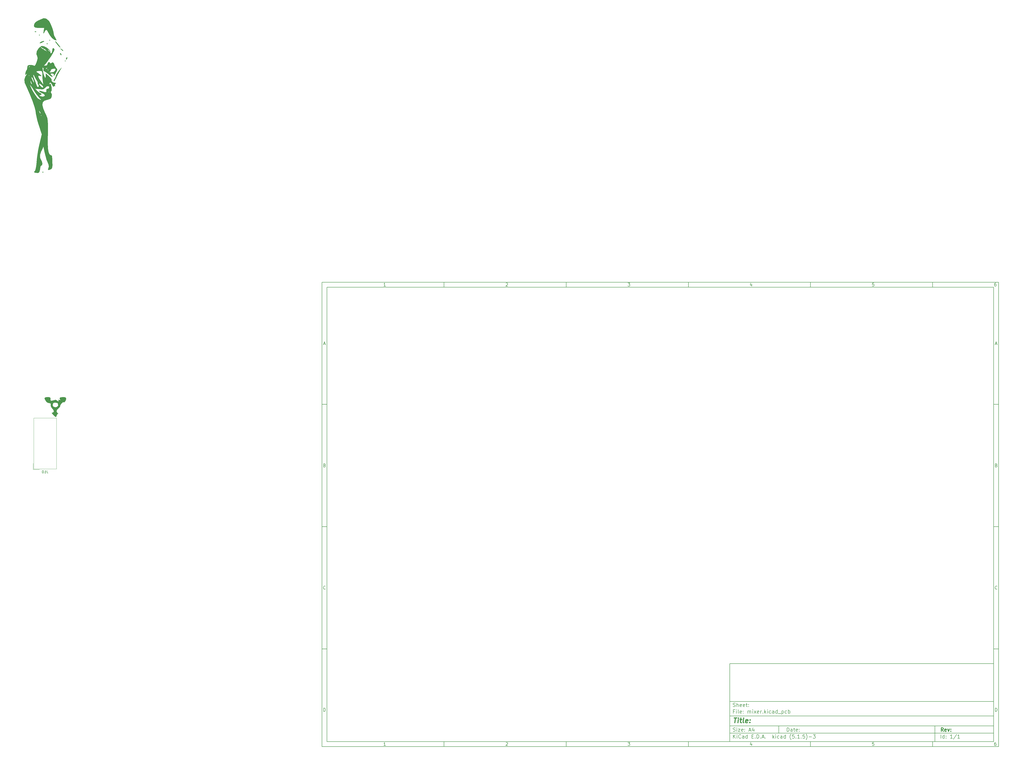
<source format=gbr>
G04 #@! TF.GenerationSoftware,KiCad,Pcbnew,(5.1.5)-3*
G04 #@! TF.CreationDate,2020-05-25T14:27:01+01:00*
G04 #@! TF.ProjectId,mixer,6d697865-722e-46b6-9963-61645f706362,rev?*
G04 #@! TF.SameCoordinates,Original*
G04 #@! TF.FileFunction,Legend,Bot*
G04 #@! TF.FilePolarity,Positive*
%FSLAX46Y46*%
G04 Gerber Fmt 4.6, Leading zero omitted, Abs format (unit mm)*
G04 Created by KiCad (PCBNEW (5.1.5)-3) date 2020-05-25 14:27:01*
%MOMM*%
%LPD*%
G04 APERTURE LIST*
%ADD10C,0.100000*%
%ADD11C,0.150000*%
%ADD12C,0.300000*%
%ADD13C,0.400000*%
%ADD14C,0.010000*%
%ADD15C,0.120000*%
G04 APERTURE END LIST*
D10*
D11*
X177002200Y-166007200D02*
X177002200Y-198007200D01*
X285002200Y-198007200D01*
X285002200Y-166007200D01*
X177002200Y-166007200D01*
D10*
D11*
X10000000Y-10000000D02*
X10000000Y-200007200D01*
X287002200Y-200007200D01*
X287002200Y-10000000D01*
X10000000Y-10000000D01*
D10*
D11*
X12000000Y-12000000D02*
X12000000Y-198007200D01*
X285002200Y-198007200D01*
X285002200Y-12000000D01*
X12000000Y-12000000D01*
D10*
D11*
X60000000Y-12000000D02*
X60000000Y-10000000D01*
D10*
D11*
X110000000Y-12000000D02*
X110000000Y-10000000D01*
D10*
D11*
X160000000Y-12000000D02*
X160000000Y-10000000D01*
D10*
D11*
X210000000Y-12000000D02*
X210000000Y-10000000D01*
D10*
D11*
X260000000Y-12000000D02*
X260000000Y-10000000D01*
D10*
D11*
X36065476Y-11588095D02*
X35322619Y-11588095D01*
X35694047Y-11588095D02*
X35694047Y-10288095D01*
X35570238Y-10473809D01*
X35446428Y-10597619D01*
X35322619Y-10659523D01*
D10*
D11*
X85322619Y-10411904D02*
X85384523Y-10350000D01*
X85508333Y-10288095D01*
X85817857Y-10288095D01*
X85941666Y-10350000D01*
X86003571Y-10411904D01*
X86065476Y-10535714D01*
X86065476Y-10659523D01*
X86003571Y-10845238D01*
X85260714Y-11588095D01*
X86065476Y-11588095D01*
D10*
D11*
X135260714Y-10288095D02*
X136065476Y-10288095D01*
X135632142Y-10783333D01*
X135817857Y-10783333D01*
X135941666Y-10845238D01*
X136003571Y-10907142D01*
X136065476Y-11030952D01*
X136065476Y-11340476D01*
X136003571Y-11464285D01*
X135941666Y-11526190D01*
X135817857Y-11588095D01*
X135446428Y-11588095D01*
X135322619Y-11526190D01*
X135260714Y-11464285D01*
D10*
D11*
X185941666Y-10721428D02*
X185941666Y-11588095D01*
X185632142Y-10226190D02*
X185322619Y-11154761D01*
X186127380Y-11154761D01*
D10*
D11*
X236003571Y-10288095D02*
X235384523Y-10288095D01*
X235322619Y-10907142D01*
X235384523Y-10845238D01*
X235508333Y-10783333D01*
X235817857Y-10783333D01*
X235941666Y-10845238D01*
X236003571Y-10907142D01*
X236065476Y-11030952D01*
X236065476Y-11340476D01*
X236003571Y-11464285D01*
X235941666Y-11526190D01*
X235817857Y-11588095D01*
X235508333Y-11588095D01*
X235384523Y-11526190D01*
X235322619Y-11464285D01*
D10*
D11*
X285941666Y-10288095D02*
X285694047Y-10288095D01*
X285570238Y-10350000D01*
X285508333Y-10411904D01*
X285384523Y-10597619D01*
X285322619Y-10845238D01*
X285322619Y-11340476D01*
X285384523Y-11464285D01*
X285446428Y-11526190D01*
X285570238Y-11588095D01*
X285817857Y-11588095D01*
X285941666Y-11526190D01*
X286003571Y-11464285D01*
X286065476Y-11340476D01*
X286065476Y-11030952D01*
X286003571Y-10907142D01*
X285941666Y-10845238D01*
X285817857Y-10783333D01*
X285570238Y-10783333D01*
X285446428Y-10845238D01*
X285384523Y-10907142D01*
X285322619Y-11030952D01*
D10*
D11*
X60000000Y-198007200D02*
X60000000Y-200007200D01*
D10*
D11*
X110000000Y-198007200D02*
X110000000Y-200007200D01*
D10*
D11*
X160000000Y-198007200D02*
X160000000Y-200007200D01*
D10*
D11*
X210000000Y-198007200D02*
X210000000Y-200007200D01*
D10*
D11*
X260000000Y-198007200D02*
X260000000Y-200007200D01*
D10*
D11*
X36065476Y-199595295D02*
X35322619Y-199595295D01*
X35694047Y-199595295D02*
X35694047Y-198295295D01*
X35570238Y-198481009D01*
X35446428Y-198604819D01*
X35322619Y-198666723D01*
D10*
D11*
X85322619Y-198419104D02*
X85384523Y-198357200D01*
X85508333Y-198295295D01*
X85817857Y-198295295D01*
X85941666Y-198357200D01*
X86003571Y-198419104D01*
X86065476Y-198542914D01*
X86065476Y-198666723D01*
X86003571Y-198852438D01*
X85260714Y-199595295D01*
X86065476Y-199595295D01*
D10*
D11*
X135260714Y-198295295D02*
X136065476Y-198295295D01*
X135632142Y-198790533D01*
X135817857Y-198790533D01*
X135941666Y-198852438D01*
X136003571Y-198914342D01*
X136065476Y-199038152D01*
X136065476Y-199347676D01*
X136003571Y-199471485D01*
X135941666Y-199533390D01*
X135817857Y-199595295D01*
X135446428Y-199595295D01*
X135322619Y-199533390D01*
X135260714Y-199471485D01*
D10*
D11*
X185941666Y-198728628D02*
X185941666Y-199595295D01*
X185632142Y-198233390D02*
X185322619Y-199161961D01*
X186127380Y-199161961D01*
D10*
D11*
X236003571Y-198295295D02*
X235384523Y-198295295D01*
X235322619Y-198914342D01*
X235384523Y-198852438D01*
X235508333Y-198790533D01*
X235817857Y-198790533D01*
X235941666Y-198852438D01*
X236003571Y-198914342D01*
X236065476Y-199038152D01*
X236065476Y-199347676D01*
X236003571Y-199471485D01*
X235941666Y-199533390D01*
X235817857Y-199595295D01*
X235508333Y-199595295D01*
X235384523Y-199533390D01*
X235322619Y-199471485D01*
D10*
D11*
X285941666Y-198295295D02*
X285694047Y-198295295D01*
X285570238Y-198357200D01*
X285508333Y-198419104D01*
X285384523Y-198604819D01*
X285322619Y-198852438D01*
X285322619Y-199347676D01*
X285384523Y-199471485D01*
X285446428Y-199533390D01*
X285570238Y-199595295D01*
X285817857Y-199595295D01*
X285941666Y-199533390D01*
X286003571Y-199471485D01*
X286065476Y-199347676D01*
X286065476Y-199038152D01*
X286003571Y-198914342D01*
X285941666Y-198852438D01*
X285817857Y-198790533D01*
X285570238Y-198790533D01*
X285446428Y-198852438D01*
X285384523Y-198914342D01*
X285322619Y-199038152D01*
D10*
D11*
X10000000Y-60000000D02*
X12000000Y-60000000D01*
D10*
D11*
X10000000Y-110000000D02*
X12000000Y-110000000D01*
D10*
D11*
X10000000Y-160000000D02*
X12000000Y-160000000D01*
D10*
D11*
X10690476Y-35216666D02*
X11309523Y-35216666D01*
X10566666Y-35588095D02*
X11000000Y-34288095D01*
X11433333Y-35588095D01*
D10*
D11*
X11092857Y-84907142D02*
X11278571Y-84969047D01*
X11340476Y-85030952D01*
X11402380Y-85154761D01*
X11402380Y-85340476D01*
X11340476Y-85464285D01*
X11278571Y-85526190D01*
X11154761Y-85588095D01*
X10659523Y-85588095D01*
X10659523Y-84288095D01*
X11092857Y-84288095D01*
X11216666Y-84350000D01*
X11278571Y-84411904D01*
X11340476Y-84535714D01*
X11340476Y-84659523D01*
X11278571Y-84783333D01*
X11216666Y-84845238D01*
X11092857Y-84907142D01*
X10659523Y-84907142D01*
D10*
D11*
X11402380Y-135464285D02*
X11340476Y-135526190D01*
X11154761Y-135588095D01*
X11030952Y-135588095D01*
X10845238Y-135526190D01*
X10721428Y-135402380D01*
X10659523Y-135278571D01*
X10597619Y-135030952D01*
X10597619Y-134845238D01*
X10659523Y-134597619D01*
X10721428Y-134473809D01*
X10845238Y-134350000D01*
X11030952Y-134288095D01*
X11154761Y-134288095D01*
X11340476Y-134350000D01*
X11402380Y-134411904D01*
D10*
D11*
X10659523Y-185588095D02*
X10659523Y-184288095D01*
X10969047Y-184288095D01*
X11154761Y-184350000D01*
X11278571Y-184473809D01*
X11340476Y-184597619D01*
X11402380Y-184845238D01*
X11402380Y-185030952D01*
X11340476Y-185278571D01*
X11278571Y-185402380D01*
X11154761Y-185526190D01*
X10969047Y-185588095D01*
X10659523Y-185588095D01*
D10*
D11*
X287002200Y-60000000D02*
X285002200Y-60000000D01*
D10*
D11*
X287002200Y-110000000D02*
X285002200Y-110000000D01*
D10*
D11*
X287002200Y-160000000D02*
X285002200Y-160000000D01*
D10*
D11*
X285692676Y-35216666D02*
X286311723Y-35216666D01*
X285568866Y-35588095D02*
X286002200Y-34288095D01*
X286435533Y-35588095D01*
D10*
D11*
X286095057Y-84907142D02*
X286280771Y-84969047D01*
X286342676Y-85030952D01*
X286404580Y-85154761D01*
X286404580Y-85340476D01*
X286342676Y-85464285D01*
X286280771Y-85526190D01*
X286156961Y-85588095D01*
X285661723Y-85588095D01*
X285661723Y-84288095D01*
X286095057Y-84288095D01*
X286218866Y-84350000D01*
X286280771Y-84411904D01*
X286342676Y-84535714D01*
X286342676Y-84659523D01*
X286280771Y-84783333D01*
X286218866Y-84845238D01*
X286095057Y-84907142D01*
X285661723Y-84907142D01*
D10*
D11*
X286404580Y-135464285D02*
X286342676Y-135526190D01*
X286156961Y-135588095D01*
X286033152Y-135588095D01*
X285847438Y-135526190D01*
X285723628Y-135402380D01*
X285661723Y-135278571D01*
X285599819Y-135030952D01*
X285599819Y-134845238D01*
X285661723Y-134597619D01*
X285723628Y-134473809D01*
X285847438Y-134350000D01*
X286033152Y-134288095D01*
X286156961Y-134288095D01*
X286342676Y-134350000D01*
X286404580Y-134411904D01*
D10*
D11*
X285661723Y-185588095D02*
X285661723Y-184288095D01*
X285971247Y-184288095D01*
X286156961Y-184350000D01*
X286280771Y-184473809D01*
X286342676Y-184597619D01*
X286404580Y-184845238D01*
X286404580Y-185030952D01*
X286342676Y-185278571D01*
X286280771Y-185402380D01*
X286156961Y-185526190D01*
X285971247Y-185588095D01*
X285661723Y-185588095D01*
D10*
D11*
X200434342Y-193785771D02*
X200434342Y-192285771D01*
X200791485Y-192285771D01*
X201005771Y-192357200D01*
X201148628Y-192500057D01*
X201220057Y-192642914D01*
X201291485Y-192928628D01*
X201291485Y-193142914D01*
X201220057Y-193428628D01*
X201148628Y-193571485D01*
X201005771Y-193714342D01*
X200791485Y-193785771D01*
X200434342Y-193785771D01*
X202577200Y-193785771D02*
X202577200Y-193000057D01*
X202505771Y-192857200D01*
X202362914Y-192785771D01*
X202077200Y-192785771D01*
X201934342Y-192857200D01*
X202577200Y-193714342D02*
X202434342Y-193785771D01*
X202077200Y-193785771D01*
X201934342Y-193714342D01*
X201862914Y-193571485D01*
X201862914Y-193428628D01*
X201934342Y-193285771D01*
X202077200Y-193214342D01*
X202434342Y-193214342D01*
X202577200Y-193142914D01*
X203077200Y-192785771D02*
X203648628Y-192785771D01*
X203291485Y-192285771D02*
X203291485Y-193571485D01*
X203362914Y-193714342D01*
X203505771Y-193785771D01*
X203648628Y-193785771D01*
X204720057Y-193714342D02*
X204577200Y-193785771D01*
X204291485Y-193785771D01*
X204148628Y-193714342D01*
X204077200Y-193571485D01*
X204077200Y-193000057D01*
X204148628Y-192857200D01*
X204291485Y-192785771D01*
X204577200Y-192785771D01*
X204720057Y-192857200D01*
X204791485Y-193000057D01*
X204791485Y-193142914D01*
X204077200Y-193285771D01*
X205434342Y-193642914D02*
X205505771Y-193714342D01*
X205434342Y-193785771D01*
X205362914Y-193714342D01*
X205434342Y-193642914D01*
X205434342Y-193785771D01*
X205434342Y-192857200D02*
X205505771Y-192928628D01*
X205434342Y-193000057D01*
X205362914Y-192928628D01*
X205434342Y-192857200D01*
X205434342Y-193000057D01*
D10*
D11*
X177002200Y-194507200D02*
X285002200Y-194507200D01*
D10*
D11*
X178434342Y-196585771D02*
X178434342Y-195085771D01*
X179291485Y-196585771D02*
X178648628Y-195728628D01*
X179291485Y-195085771D02*
X178434342Y-195942914D01*
X179934342Y-196585771D02*
X179934342Y-195585771D01*
X179934342Y-195085771D02*
X179862914Y-195157200D01*
X179934342Y-195228628D01*
X180005771Y-195157200D01*
X179934342Y-195085771D01*
X179934342Y-195228628D01*
X181505771Y-196442914D02*
X181434342Y-196514342D01*
X181220057Y-196585771D01*
X181077200Y-196585771D01*
X180862914Y-196514342D01*
X180720057Y-196371485D01*
X180648628Y-196228628D01*
X180577200Y-195942914D01*
X180577200Y-195728628D01*
X180648628Y-195442914D01*
X180720057Y-195300057D01*
X180862914Y-195157200D01*
X181077200Y-195085771D01*
X181220057Y-195085771D01*
X181434342Y-195157200D01*
X181505771Y-195228628D01*
X182791485Y-196585771D02*
X182791485Y-195800057D01*
X182720057Y-195657200D01*
X182577200Y-195585771D01*
X182291485Y-195585771D01*
X182148628Y-195657200D01*
X182791485Y-196514342D02*
X182648628Y-196585771D01*
X182291485Y-196585771D01*
X182148628Y-196514342D01*
X182077200Y-196371485D01*
X182077200Y-196228628D01*
X182148628Y-196085771D01*
X182291485Y-196014342D01*
X182648628Y-196014342D01*
X182791485Y-195942914D01*
X184148628Y-196585771D02*
X184148628Y-195085771D01*
X184148628Y-196514342D02*
X184005771Y-196585771D01*
X183720057Y-196585771D01*
X183577200Y-196514342D01*
X183505771Y-196442914D01*
X183434342Y-196300057D01*
X183434342Y-195871485D01*
X183505771Y-195728628D01*
X183577200Y-195657200D01*
X183720057Y-195585771D01*
X184005771Y-195585771D01*
X184148628Y-195657200D01*
X186005771Y-195800057D02*
X186505771Y-195800057D01*
X186720057Y-196585771D02*
X186005771Y-196585771D01*
X186005771Y-195085771D01*
X186720057Y-195085771D01*
X187362914Y-196442914D02*
X187434342Y-196514342D01*
X187362914Y-196585771D01*
X187291485Y-196514342D01*
X187362914Y-196442914D01*
X187362914Y-196585771D01*
X188077200Y-196585771D02*
X188077200Y-195085771D01*
X188434342Y-195085771D01*
X188648628Y-195157200D01*
X188791485Y-195300057D01*
X188862914Y-195442914D01*
X188934342Y-195728628D01*
X188934342Y-195942914D01*
X188862914Y-196228628D01*
X188791485Y-196371485D01*
X188648628Y-196514342D01*
X188434342Y-196585771D01*
X188077200Y-196585771D01*
X189577200Y-196442914D02*
X189648628Y-196514342D01*
X189577200Y-196585771D01*
X189505771Y-196514342D01*
X189577200Y-196442914D01*
X189577200Y-196585771D01*
X190220057Y-196157200D02*
X190934342Y-196157200D01*
X190077200Y-196585771D02*
X190577200Y-195085771D01*
X191077200Y-196585771D01*
X191577200Y-196442914D02*
X191648628Y-196514342D01*
X191577200Y-196585771D01*
X191505771Y-196514342D01*
X191577200Y-196442914D01*
X191577200Y-196585771D01*
X194577200Y-196585771D02*
X194577200Y-195085771D01*
X194720057Y-196014342D02*
X195148628Y-196585771D01*
X195148628Y-195585771D02*
X194577200Y-196157200D01*
X195791485Y-196585771D02*
X195791485Y-195585771D01*
X195791485Y-195085771D02*
X195720057Y-195157200D01*
X195791485Y-195228628D01*
X195862914Y-195157200D01*
X195791485Y-195085771D01*
X195791485Y-195228628D01*
X197148628Y-196514342D02*
X197005771Y-196585771D01*
X196720057Y-196585771D01*
X196577200Y-196514342D01*
X196505771Y-196442914D01*
X196434342Y-196300057D01*
X196434342Y-195871485D01*
X196505771Y-195728628D01*
X196577200Y-195657200D01*
X196720057Y-195585771D01*
X197005771Y-195585771D01*
X197148628Y-195657200D01*
X198434342Y-196585771D02*
X198434342Y-195800057D01*
X198362914Y-195657200D01*
X198220057Y-195585771D01*
X197934342Y-195585771D01*
X197791485Y-195657200D01*
X198434342Y-196514342D02*
X198291485Y-196585771D01*
X197934342Y-196585771D01*
X197791485Y-196514342D01*
X197720057Y-196371485D01*
X197720057Y-196228628D01*
X197791485Y-196085771D01*
X197934342Y-196014342D01*
X198291485Y-196014342D01*
X198434342Y-195942914D01*
X199791485Y-196585771D02*
X199791485Y-195085771D01*
X199791485Y-196514342D02*
X199648628Y-196585771D01*
X199362914Y-196585771D01*
X199220057Y-196514342D01*
X199148628Y-196442914D01*
X199077200Y-196300057D01*
X199077200Y-195871485D01*
X199148628Y-195728628D01*
X199220057Y-195657200D01*
X199362914Y-195585771D01*
X199648628Y-195585771D01*
X199791485Y-195657200D01*
X202077200Y-197157200D02*
X202005771Y-197085771D01*
X201862914Y-196871485D01*
X201791485Y-196728628D01*
X201720057Y-196514342D01*
X201648628Y-196157200D01*
X201648628Y-195871485D01*
X201720057Y-195514342D01*
X201791485Y-195300057D01*
X201862914Y-195157200D01*
X202005771Y-194942914D01*
X202077200Y-194871485D01*
X203362914Y-195085771D02*
X202648628Y-195085771D01*
X202577200Y-195800057D01*
X202648628Y-195728628D01*
X202791485Y-195657200D01*
X203148628Y-195657200D01*
X203291485Y-195728628D01*
X203362914Y-195800057D01*
X203434342Y-195942914D01*
X203434342Y-196300057D01*
X203362914Y-196442914D01*
X203291485Y-196514342D01*
X203148628Y-196585771D01*
X202791485Y-196585771D01*
X202648628Y-196514342D01*
X202577200Y-196442914D01*
X204077200Y-196442914D02*
X204148628Y-196514342D01*
X204077200Y-196585771D01*
X204005771Y-196514342D01*
X204077200Y-196442914D01*
X204077200Y-196585771D01*
X205577200Y-196585771D02*
X204720057Y-196585771D01*
X205148628Y-196585771D02*
X205148628Y-195085771D01*
X205005771Y-195300057D01*
X204862914Y-195442914D01*
X204720057Y-195514342D01*
X206220057Y-196442914D02*
X206291485Y-196514342D01*
X206220057Y-196585771D01*
X206148628Y-196514342D01*
X206220057Y-196442914D01*
X206220057Y-196585771D01*
X207648628Y-195085771D02*
X206934342Y-195085771D01*
X206862914Y-195800057D01*
X206934342Y-195728628D01*
X207077200Y-195657200D01*
X207434342Y-195657200D01*
X207577200Y-195728628D01*
X207648628Y-195800057D01*
X207720057Y-195942914D01*
X207720057Y-196300057D01*
X207648628Y-196442914D01*
X207577200Y-196514342D01*
X207434342Y-196585771D01*
X207077200Y-196585771D01*
X206934342Y-196514342D01*
X206862914Y-196442914D01*
X208220057Y-197157200D02*
X208291485Y-197085771D01*
X208434342Y-196871485D01*
X208505771Y-196728628D01*
X208577200Y-196514342D01*
X208648628Y-196157200D01*
X208648628Y-195871485D01*
X208577200Y-195514342D01*
X208505771Y-195300057D01*
X208434342Y-195157200D01*
X208291485Y-194942914D01*
X208220057Y-194871485D01*
X209362914Y-196014342D02*
X210505771Y-196014342D01*
X211077200Y-195085771D02*
X212005771Y-195085771D01*
X211505771Y-195657200D01*
X211720057Y-195657200D01*
X211862914Y-195728628D01*
X211934342Y-195800057D01*
X212005771Y-195942914D01*
X212005771Y-196300057D01*
X211934342Y-196442914D01*
X211862914Y-196514342D01*
X211720057Y-196585771D01*
X211291485Y-196585771D01*
X211148628Y-196514342D01*
X211077200Y-196442914D01*
D10*
D11*
X177002200Y-191507200D02*
X285002200Y-191507200D01*
D10*
D12*
X264411485Y-193785771D02*
X263911485Y-193071485D01*
X263554342Y-193785771D02*
X263554342Y-192285771D01*
X264125771Y-192285771D01*
X264268628Y-192357200D01*
X264340057Y-192428628D01*
X264411485Y-192571485D01*
X264411485Y-192785771D01*
X264340057Y-192928628D01*
X264268628Y-193000057D01*
X264125771Y-193071485D01*
X263554342Y-193071485D01*
X265625771Y-193714342D02*
X265482914Y-193785771D01*
X265197200Y-193785771D01*
X265054342Y-193714342D01*
X264982914Y-193571485D01*
X264982914Y-193000057D01*
X265054342Y-192857200D01*
X265197200Y-192785771D01*
X265482914Y-192785771D01*
X265625771Y-192857200D01*
X265697200Y-193000057D01*
X265697200Y-193142914D01*
X264982914Y-193285771D01*
X266197200Y-192785771D02*
X266554342Y-193785771D01*
X266911485Y-192785771D01*
X267482914Y-193642914D02*
X267554342Y-193714342D01*
X267482914Y-193785771D01*
X267411485Y-193714342D01*
X267482914Y-193642914D01*
X267482914Y-193785771D01*
X267482914Y-192857200D02*
X267554342Y-192928628D01*
X267482914Y-193000057D01*
X267411485Y-192928628D01*
X267482914Y-192857200D01*
X267482914Y-193000057D01*
D10*
D11*
X178362914Y-193714342D02*
X178577200Y-193785771D01*
X178934342Y-193785771D01*
X179077200Y-193714342D01*
X179148628Y-193642914D01*
X179220057Y-193500057D01*
X179220057Y-193357200D01*
X179148628Y-193214342D01*
X179077200Y-193142914D01*
X178934342Y-193071485D01*
X178648628Y-193000057D01*
X178505771Y-192928628D01*
X178434342Y-192857200D01*
X178362914Y-192714342D01*
X178362914Y-192571485D01*
X178434342Y-192428628D01*
X178505771Y-192357200D01*
X178648628Y-192285771D01*
X179005771Y-192285771D01*
X179220057Y-192357200D01*
X179862914Y-193785771D02*
X179862914Y-192785771D01*
X179862914Y-192285771D02*
X179791485Y-192357200D01*
X179862914Y-192428628D01*
X179934342Y-192357200D01*
X179862914Y-192285771D01*
X179862914Y-192428628D01*
X180434342Y-192785771D02*
X181220057Y-192785771D01*
X180434342Y-193785771D01*
X181220057Y-193785771D01*
X182362914Y-193714342D02*
X182220057Y-193785771D01*
X181934342Y-193785771D01*
X181791485Y-193714342D01*
X181720057Y-193571485D01*
X181720057Y-193000057D01*
X181791485Y-192857200D01*
X181934342Y-192785771D01*
X182220057Y-192785771D01*
X182362914Y-192857200D01*
X182434342Y-193000057D01*
X182434342Y-193142914D01*
X181720057Y-193285771D01*
X183077200Y-193642914D02*
X183148628Y-193714342D01*
X183077200Y-193785771D01*
X183005771Y-193714342D01*
X183077200Y-193642914D01*
X183077200Y-193785771D01*
X183077200Y-192857200D02*
X183148628Y-192928628D01*
X183077200Y-193000057D01*
X183005771Y-192928628D01*
X183077200Y-192857200D01*
X183077200Y-193000057D01*
X184862914Y-193357200D02*
X185577200Y-193357200D01*
X184720057Y-193785771D02*
X185220057Y-192285771D01*
X185720057Y-193785771D01*
X186862914Y-192785771D02*
X186862914Y-193785771D01*
X186505771Y-192214342D02*
X186148628Y-193285771D01*
X187077200Y-193285771D01*
D10*
D11*
X263434342Y-196585771D02*
X263434342Y-195085771D01*
X264791485Y-196585771D02*
X264791485Y-195085771D01*
X264791485Y-196514342D02*
X264648628Y-196585771D01*
X264362914Y-196585771D01*
X264220057Y-196514342D01*
X264148628Y-196442914D01*
X264077200Y-196300057D01*
X264077200Y-195871485D01*
X264148628Y-195728628D01*
X264220057Y-195657200D01*
X264362914Y-195585771D01*
X264648628Y-195585771D01*
X264791485Y-195657200D01*
X265505771Y-196442914D02*
X265577200Y-196514342D01*
X265505771Y-196585771D01*
X265434342Y-196514342D01*
X265505771Y-196442914D01*
X265505771Y-196585771D01*
X265505771Y-195657200D02*
X265577200Y-195728628D01*
X265505771Y-195800057D01*
X265434342Y-195728628D01*
X265505771Y-195657200D01*
X265505771Y-195800057D01*
X268148628Y-196585771D02*
X267291485Y-196585771D01*
X267720057Y-196585771D02*
X267720057Y-195085771D01*
X267577200Y-195300057D01*
X267434342Y-195442914D01*
X267291485Y-195514342D01*
X269862914Y-195014342D02*
X268577200Y-196942914D01*
X271148628Y-196585771D02*
X270291485Y-196585771D01*
X270720057Y-196585771D02*
X270720057Y-195085771D01*
X270577200Y-195300057D01*
X270434342Y-195442914D01*
X270291485Y-195514342D01*
D10*
D11*
X177002200Y-187507200D02*
X285002200Y-187507200D01*
D10*
D13*
X178714580Y-188211961D02*
X179857438Y-188211961D01*
X179036009Y-190211961D02*
X179286009Y-188211961D01*
X180274104Y-190211961D02*
X180440771Y-188878628D01*
X180524104Y-188211961D02*
X180416961Y-188307200D01*
X180500295Y-188402438D01*
X180607438Y-188307200D01*
X180524104Y-188211961D01*
X180500295Y-188402438D01*
X181107438Y-188878628D02*
X181869342Y-188878628D01*
X181476485Y-188211961D02*
X181262200Y-189926247D01*
X181333628Y-190116723D01*
X181512200Y-190211961D01*
X181702676Y-190211961D01*
X182655057Y-190211961D02*
X182476485Y-190116723D01*
X182405057Y-189926247D01*
X182619342Y-188211961D01*
X184190771Y-190116723D02*
X183988390Y-190211961D01*
X183607438Y-190211961D01*
X183428866Y-190116723D01*
X183357438Y-189926247D01*
X183452676Y-189164342D01*
X183571723Y-188973866D01*
X183774104Y-188878628D01*
X184155057Y-188878628D01*
X184333628Y-188973866D01*
X184405057Y-189164342D01*
X184381247Y-189354819D01*
X183405057Y-189545295D01*
X185155057Y-190021485D02*
X185238390Y-190116723D01*
X185131247Y-190211961D01*
X185047914Y-190116723D01*
X185155057Y-190021485D01*
X185131247Y-190211961D01*
X185286009Y-188973866D02*
X185369342Y-189069104D01*
X185262200Y-189164342D01*
X185178866Y-189069104D01*
X185286009Y-188973866D01*
X185262200Y-189164342D01*
D10*
D11*
X178934342Y-185600057D02*
X178434342Y-185600057D01*
X178434342Y-186385771D02*
X178434342Y-184885771D01*
X179148628Y-184885771D01*
X179720057Y-186385771D02*
X179720057Y-185385771D01*
X179720057Y-184885771D02*
X179648628Y-184957200D01*
X179720057Y-185028628D01*
X179791485Y-184957200D01*
X179720057Y-184885771D01*
X179720057Y-185028628D01*
X180648628Y-186385771D02*
X180505771Y-186314342D01*
X180434342Y-186171485D01*
X180434342Y-184885771D01*
X181791485Y-186314342D02*
X181648628Y-186385771D01*
X181362914Y-186385771D01*
X181220057Y-186314342D01*
X181148628Y-186171485D01*
X181148628Y-185600057D01*
X181220057Y-185457200D01*
X181362914Y-185385771D01*
X181648628Y-185385771D01*
X181791485Y-185457200D01*
X181862914Y-185600057D01*
X181862914Y-185742914D01*
X181148628Y-185885771D01*
X182505771Y-186242914D02*
X182577200Y-186314342D01*
X182505771Y-186385771D01*
X182434342Y-186314342D01*
X182505771Y-186242914D01*
X182505771Y-186385771D01*
X182505771Y-185457200D02*
X182577200Y-185528628D01*
X182505771Y-185600057D01*
X182434342Y-185528628D01*
X182505771Y-185457200D01*
X182505771Y-185600057D01*
X184362914Y-186385771D02*
X184362914Y-185385771D01*
X184362914Y-185528628D02*
X184434342Y-185457200D01*
X184577200Y-185385771D01*
X184791485Y-185385771D01*
X184934342Y-185457200D01*
X185005771Y-185600057D01*
X185005771Y-186385771D01*
X185005771Y-185600057D02*
X185077200Y-185457200D01*
X185220057Y-185385771D01*
X185434342Y-185385771D01*
X185577200Y-185457200D01*
X185648628Y-185600057D01*
X185648628Y-186385771D01*
X186362914Y-186385771D02*
X186362914Y-185385771D01*
X186362914Y-184885771D02*
X186291485Y-184957200D01*
X186362914Y-185028628D01*
X186434342Y-184957200D01*
X186362914Y-184885771D01*
X186362914Y-185028628D01*
X186934342Y-186385771D02*
X187720057Y-185385771D01*
X186934342Y-185385771D02*
X187720057Y-186385771D01*
X188862914Y-186314342D02*
X188720057Y-186385771D01*
X188434342Y-186385771D01*
X188291485Y-186314342D01*
X188220057Y-186171485D01*
X188220057Y-185600057D01*
X188291485Y-185457200D01*
X188434342Y-185385771D01*
X188720057Y-185385771D01*
X188862914Y-185457200D01*
X188934342Y-185600057D01*
X188934342Y-185742914D01*
X188220057Y-185885771D01*
X189577200Y-186385771D02*
X189577200Y-185385771D01*
X189577200Y-185671485D02*
X189648628Y-185528628D01*
X189720057Y-185457200D01*
X189862914Y-185385771D01*
X190005771Y-185385771D01*
X190505771Y-186242914D02*
X190577200Y-186314342D01*
X190505771Y-186385771D01*
X190434342Y-186314342D01*
X190505771Y-186242914D01*
X190505771Y-186385771D01*
X191220057Y-186385771D02*
X191220057Y-184885771D01*
X191362914Y-185814342D02*
X191791485Y-186385771D01*
X191791485Y-185385771D02*
X191220057Y-185957200D01*
X192434342Y-186385771D02*
X192434342Y-185385771D01*
X192434342Y-184885771D02*
X192362914Y-184957200D01*
X192434342Y-185028628D01*
X192505771Y-184957200D01*
X192434342Y-184885771D01*
X192434342Y-185028628D01*
X193791485Y-186314342D02*
X193648628Y-186385771D01*
X193362914Y-186385771D01*
X193220057Y-186314342D01*
X193148628Y-186242914D01*
X193077200Y-186100057D01*
X193077200Y-185671485D01*
X193148628Y-185528628D01*
X193220057Y-185457200D01*
X193362914Y-185385771D01*
X193648628Y-185385771D01*
X193791485Y-185457200D01*
X195077200Y-186385771D02*
X195077200Y-185600057D01*
X195005771Y-185457200D01*
X194862914Y-185385771D01*
X194577200Y-185385771D01*
X194434342Y-185457200D01*
X195077200Y-186314342D02*
X194934342Y-186385771D01*
X194577200Y-186385771D01*
X194434342Y-186314342D01*
X194362914Y-186171485D01*
X194362914Y-186028628D01*
X194434342Y-185885771D01*
X194577200Y-185814342D01*
X194934342Y-185814342D01*
X195077200Y-185742914D01*
X196434342Y-186385771D02*
X196434342Y-184885771D01*
X196434342Y-186314342D02*
X196291485Y-186385771D01*
X196005771Y-186385771D01*
X195862914Y-186314342D01*
X195791485Y-186242914D01*
X195720057Y-186100057D01*
X195720057Y-185671485D01*
X195791485Y-185528628D01*
X195862914Y-185457200D01*
X196005771Y-185385771D01*
X196291485Y-185385771D01*
X196434342Y-185457200D01*
X196791485Y-186528628D02*
X197934342Y-186528628D01*
X198291485Y-185385771D02*
X198291485Y-186885771D01*
X198291485Y-185457200D02*
X198434342Y-185385771D01*
X198720057Y-185385771D01*
X198862914Y-185457200D01*
X198934342Y-185528628D01*
X199005771Y-185671485D01*
X199005771Y-186100057D01*
X198934342Y-186242914D01*
X198862914Y-186314342D01*
X198720057Y-186385771D01*
X198434342Y-186385771D01*
X198291485Y-186314342D01*
X200291485Y-186314342D02*
X200148628Y-186385771D01*
X199862914Y-186385771D01*
X199720057Y-186314342D01*
X199648628Y-186242914D01*
X199577200Y-186100057D01*
X199577200Y-185671485D01*
X199648628Y-185528628D01*
X199720057Y-185457200D01*
X199862914Y-185385771D01*
X200148628Y-185385771D01*
X200291485Y-185457200D01*
X200934342Y-186385771D02*
X200934342Y-184885771D01*
X200934342Y-185457200D02*
X201077200Y-185385771D01*
X201362914Y-185385771D01*
X201505771Y-185457200D01*
X201577200Y-185528628D01*
X201648628Y-185671485D01*
X201648628Y-186100057D01*
X201577200Y-186242914D01*
X201505771Y-186314342D01*
X201362914Y-186385771D01*
X201077200Y-186385771D01*
X200934342Y-186314342D01*
D10*
D11*
X177002200Y-181507200D02*
X285002200Y-181507200D01*
D10*
D11*
X178362914Y-183614342D02*
X178577200Y-183685771D01*
X178934342Y-183685771D01*
X179077200Y-183614342D01*
X179148628Y-183542914D01*
X179220057Y-183400057D01*
X179220057Y-183257200D01*
X179148628Y-183114342D01*
X179077200Y-183042914D01*
X178934342Y-182971485D01*
X178648628Y-182900057D01*
X178505771Y-182828628D01*
X178434342Y-182757200D01*
X178362914Y-182614342D01*
X178362914Y-182471485D01*
X178434342Y-182328628D01*
X178505771Y-182257200D01*
X178648628Y-182185771D01*
X179005771Y-182185771D01*
X179220057Y-182257200D01*
X179862914Y-183685771D02*
X179862914Y-182185771D01*
X180505771Y-183685771D02*
X180505771Y-182900057D01*
X180434342Y-182757200D01*
X180291485Y-182685771D01*
X180077200Y-182685771D01*
X179934342Y-182757200D01*
X179862914Y-182828628D01*
X181791485Y-183614342D02*
X181648628Y-183685771D01*
X181362914Y-183685771D01*
X181220057Y-183614342D01*
X181148628Y-183471485D01*
X181148628Y-182900057D01*
X181220057Y-182757200D01*
X181362914Y-182685771D01*
X181648628Y-182685771D01*
X181791485Y-182757200D01*
X181862914Y-182900057D01*
X181862914Y-183042914D01*
X181148628Y-183185771D01*
X183077200Y-183614342D02*
X182934342Y-183685771D01*
X182648628Y-183685771D01*
X182505771Y-183614342D01*
X182434342Y-183471485D01*
X182434342Y-182900057D01*
X182505771Y-182757200D01*
X182648628Y-182685771D01*
X182934342Y-182685771D01*
X183077200Y-182757200D01*
X183148628Y-182900057D01*
X183148628Y-183042914D01*
X182434342Y-183185771D01*
X183577200Y-182685771D02*
X184148628Y-182685771D01*
X183791485Y-182185771D02*
X183791485Y-183471485D01*
X183862914Y-183614342D01*
X184005771Y-183685771D01*
X184148628Y-183685771D01*
X184648628Y-183542914D02*
X184720057Y-183614342D01*
X184648628Y-183685771D01*
X184577200Y-183614342D01*
X184648628Y-183542914D01*
X184648628Y-183685771D01*
X184648628Y-182757200D02*
X184720057Y-182828628D01*
X184648628Y-182900057D01*
X184577200Y-182828628D01*
X184648628Y-182757200D01*
X184648628Y-182900057D01*
D10*
D11*
X197002200Y-191507200D02*
X197002200Y-194507200D01*
D10*
D11*
X261002200Y-191507200D02*
X261002200Y-198007200D01*
D14*
G36*
X-105416964Y86300169D02*
G01*
X-105963981Y85744538D01*
X-106766346Y84547230D01*
X-106915153Y83414400D01*
X-106583265Y82472861D01*
X-106409086Y81806361D01*
X-106551984Y80880951D01*
X-106821839Y80047477D01*
X-107217185Y79052254D01*
X-107537573Y78609227D01*
X-107901438Y78592060D01*
X-108100186Y78683839D01*
X-108956175Y78916238D01*
X-109713696Y78927554D01*
X-110419485Y78711012D01*
X-110627820Y78154121D01*
X-110625183Y77935666D01*
X-110692638Y77198195D01*
X-110861797Y76873799D01*
X-111128584Y76431633D01*
X-111372508Y75639077D01*
X-111480449Y74986044D01*
X-111360934Y74947293D01*
X-111229491Y75113444D01*
X-110922960Y75386915D01*
X-110848179Y75269065D01*
X-111039685Y74718365D01*
X-111360725Y74210731D01*
X-111837485Y73086790D01*
X-111702503Y71736455D01*
X-111231193Y70597225D01*
X-110514846Y69078107D01*
X-109629547Y66976755D01*
X-108558800Y64253482D01*
X-108170686Y63234658D01*
X-107682754Y61725702D01*
X-107293719Y60131387D01*
X-107136725Y59177714D01*
X-106930318Y57995145D01*
X-106554489Y56412075D01*
X-106074846Y54693262D01*
X-105832881Y53915906D01*
X-104738900Y50533646D01*
X-105697385Y46331184D01*
X-106111386Y44325234D01*
X-106476299Y42209829D01*
X-106745570Y40274379D01*
X-106855753Y39130111D01*
X-107021988Y37486660D01*
X-107261847Y36249118D01*
X-107546409Y35565783D01*
X-107552198Y35558971D01*
X-107854728Y35097849D01*
X-107590499Y34881117D01*
X-107417297Y34835151D01*
X-106529941Y34770608D01*
X-106187673Y34812487D01*
X-105743308Y35176689D01*
X-105511696Y36096745D01*
X-105482117Y36418252D01*
X-105310876Y37430004D01*
X-105002018Y37810064D01*
X-104933750Y37807194D01*
X-104591966Y37999673D01*
X-104507510Y38607525D01*
X-104672142Y39392456D01*
X-105010725Y40032823D01*
X-105459827Y40988830D01*
X-105434185Y42142542D01*
X-104925377Y43634160D01*
X-104774497Y43964975D01*
X-103997883Y45617151D01*
X-103571376Y43306238D01*
X-103210617Y41743436D01*
X-102729100Y40144859D01*
X-102378097Y39212917D01*
X-101939770Y38058021D01*
X-101826788Y37291044D01*
X-102006130Y36692810D01*
X-102180234Y36093989D01*
X-101837222Y35955135D01*
X-101004046Y36286996D01*
X-100997362Y36290569D01*
X-100657456Y36594647D01*
X-100479782Y37157516D01*
X-100430107Y38149414D01*
X-100447607Y39024596D01*
X-100495773Y40456387D01*
X-100548971Y41324126D01*
X-100639950Y41768770D01*
X-100801457Y41931278D01*
X-101066241Y41952609D01*
X-101127791Y41952333D01*
X-101610788Y42293626D01*
X-101977925Y43288131D01*
X-102221136Y44891789D01*
X-102332355Y47060539D01*
X-102333515Y48538560D01*
X-102296724Y51165002D01*
X-102278075Y53192985D01*
X-102288377Y54729570D01*
X-102338442Y55881815D01*
X-102439079Y56756779D01*
X-102601100Y57461522D01*
X-102835316Y58103103D01*
X-102870953Y58180111D01*
X-104845555Y58180111D01*
X-104974631Y57889735D01*
X-105080740Y57944926D01*
X-105122961Y58363590D01*
X-105080740Y58415296D01*
X-104871014Y58366870D01*
X-104845555Y58180111D01*
X-102870953Y58180111D01*
X-103152536Y58788581D01*
X-103287130Y59062055D01*
X-105209137Y59062055D01*
X-105354710Y58998951D01*
X-105551111Y59238444D01*
X-105849627Y59881564D01*
X-105893084Y60120388D01*
X-105747512Y60183493D01*
X-105551111Y59944000D01*
X-105252595Y59300879D01*
X-105209137Y59062055D01*
X-103287130Y59062055D01*
X-103424300Y59340759D01*
X-104230639Y61220740D01*
X-104548272Y62640407D01*
X-104369209Y63655896D01*
X-103685461Y64323341D01*
X-102666405Y64666080D01*
X-102572179Y64694071D01*
X-104955826Y64694071D01*
X-105032782Y64557045D01*
X-105574833Y64750595D01*
X-106202235Y65095438D01*
X-106634865Y65529052D01*
X-107233706Y66342820D01*
X-107910608Y67385978D01*
X-108577424Y68507764D01*
X-109146005Y69557412D01*
X-109528203Y70384161D01*
X-109635870Y70837245D01*
X-109584412Y70880111D01*
X-109337852Y70603238D01*
X-108814908Y69864220D01*
X-108111158Y68800456D01*
X-107805305Y68322472D01*
X-106965310Y67064974D01*
X-106166764Y65984333D01*
X-105550230Y65267683D01*
X-105426368Y65155316D01*
X-104955826Y64694071D01*
X-102572179Y64694071D01*
X-101731074Y64943930D01*
X-101086817Y65280957D01*
X-100710286Y65928197D01*
X-100634587Y66765752D01*
X-100872883Y67438436D01*
X-101002663Y67551999D01*
X-101187919Y67860398D01*
X-101164387Y67881500D01*
X-101670555Y67881500D01*
X-101846944Y67705111D01*
X-102023333Y67881500D01*
X-101846944Y68057889D01*
X-101670555Y67881500D01*
X-101164387Y67881500D01*
X-100973634Y68052552D01*
X-100727515Y68552089D01*
X-100755657Y69619821D01*
X-100776421Y69773286D01*
X-101670555Y69773286D01*
X-101886646Y69235794D01*
X-102287916Y69188952D01*
X-102746556Y69091661D01*
X-102816946Y68484497D01*
X-102814344Y68459929D01*
X-102821090Y67999149D01*
X-103056688Y67793535D01*
X-103650462Y67834296D01*
X-104731733Y68112638D01*
X-105330706Y68288824D01*
X-105800200Y68345986D01*
X-105769381Y68142491D01*
X-105337395Y67789785D01*
X-104603387Y67399311D01*
X-104500346Y67355468D01*
X-103766662Y66917203D01*
X-103435958Y66454194D01*
X-103434444Y66427589D01*
X-103721676Y66065356D01*
X-104403406Y65957479D01*
X-105209686Y66120995D01*
X-105551111Y66294000D01*
X-105875423Y66567389D01*
X-105542003Y66640235D01*
X-105462916Y66641375D01*
X-104939222Y66812500D01*
X-104845555Y66999555D01*
X-105126518Y67322828D01*
X-105313228Y67352333D01*
X-105848953Y67593181D01*
X-106544209Y68182716D01*
X-106636144Y68279626D01*
X-107491388Y69206920D01*
X-105688851Y69041728D01*
X-104535062Y68990569D01*
X-103869885Y69132274D01*
X-103511128Y69477304D01*
X-103084438Y69866776D01*
X-104151086Y69866776D01*
X-104227822Y69562782D01*
X-104598733Y69745397D01*
X-104757361Y69866776D01*
X-105374574Y70414959D01*
X-105549753Y70610021D01*
X-105951246Y70610021D01*
X-105953854Y70077878D01*
X-106267738Y69821777D01*
X-106663516Y70111203D01*
X-106819046Y70439139D01*
X-107005453Y70980999D01*
X-108780937Y70980999D01*
X-108978684Y71090200D01*
X-109078888Y71232889D01*
X-109371391Y71985979D01*
X-109401469Y72291222D01*
X-109300742Y72502183D01*
X-109078888Y72114833D01*
X-108814338Y71366898D01*
X-108780937Y70980999D01*
X-107005453Y70980999D01*
X-107047481Y71103167D01*
X-107251408Y71655057D01*
X-107806706Y71655057D01*
X-107853458Y71585666D01*
X-108098491Y71863937D01*
X-108496658Y72542325D01*
X-108540662Y72626481D01*
X-108981111Y73570777D01*
X-109034859Y73970580D01*
X-108760847Y73900190D01*
X-108480525Y73522696D01*
X-108158534Y72845332D01*
X-107899165Y72134115D01*
X-107806706Y71655057D01*
X-107251408Y71655057D01*
X-107433953Y72149080D01*
X-107730993Y72926305D01*
X-108090937Y73975253D01*
X-108231358Y74584277D01*
X-109784444Y74584277D01*
X-109960833Y74407888D01*
X-110137222Y74584277D01*
X-109960833Y74760666D01*
X-109784444Y74584277D01*
X-108231358Y74584277D01*
X-108267472Y74740907D01*
X-108247888Y75003703D01*
X-107998171Y74865433D01*
X-107674355Y74247701D01*
X-107653093Y74192877D01*
X-107189533Y73243900D01*
X-106726720Y72578680D01*
X-106386159Y71976330D01*
X-106404251Y71632272D01*
X-106373340Y71158894D01*
X-106262421Y71060056D01*
X-105951246Y70610021D01*
X-105549753Y70610021D01*
X-105633903Y70703722D01*
X-105906146Y71243760D01*
X-105675121Y71345284D01*
X-105033030Y70984775D01*
X-104407766Y70386038D01*
X-104151086Y69866776D01*
X-103084438Y69866776D01*
X-102866222Y70065957D01*
X-102403249Y70269675D01*
X-101825736Y70270503D01*
X-101670555Y69773286D01*
X-100776421Y69773286D01*
X-100804972Y69984304D01*
X-100954964Y70703722D01*
X-104072489Y70703722D01*
X-105163067Y72291222D01*
X-105772893Y73248684D01*
X-106169384Y74005030D01*
X-106255156Y74286667D01*
X-105968827Y74547353D01*
X-105462916Y74521216D01*
X-104955146Y74431366D01*
X-104959641Y74564549D01*
X-105493457Y75027969D01*
X-105551111Y75075565D01*
X-106236598Y75582108D01*
X-106686470Y75810277D01*
X-106697638Y75811155D01*
X-106955174Y76090774D01*
X-106962222Y76171777D01*
X-106652102Y76404953D01*
X-105889540Y76521508D01*
X-105727500Y76524555D01*
X-104953338Y76486369D01*
X-104596996Y76240131D01*
X-104495302Y75588328D01*
X-104488895Y75025250D01*
X-104432419Y73649040D01*
X-104299413Y72263563D01*
X-104278751Y72114833D01*
X-104072489Y70703722D01*
X-100954964Y70703722D01*
X-101013257Y70983316D01*
X-101236698Y71288011D01*
X-101357765Y71180266D01*
X-101615645Y70930340D01*
X-101665153Y71123874D01*
X-101506117Y71681009D01*
X-101111699Y71690829D01*
X-100638480Y71192679D01*
X-100443072Y70816796D01*
X-100117295Y70179397D01*
X-99933959Y70037728D01*
X-99920475Y70107181D01*
X-99691624Y70382680D01*
X-99499381Y70317257D01*
X-99260381Y70273108D01*
X-99368189Y70512268D01*
X-99368316Y71059094D01*
X-99158113Y71266928D01*
X-98937695Y71503796D01*
X-99366274Y71579585D01*
X-99422498Y71580264D01*
X-100136148Y71766373D01*
X-100661962Y72185973D01*
X-100793921Y72646924D01*
X-100710201Y72781206D01*
X-100802518Y73136536D01*
X-101310282Y73774339D01*
X-101771595Y74230067D01*
X-103081666Y75430251D01*
X-103081666Y74319347D01*
X-103158346Y73617152D01*
X-103362327Y73553613D01*
X-103654524Y74081732D01*
X-103995848Y75154509D01*
X-104092036Y75534244D01*
X-104385035Y76852559D01*
X-104471850Y77589197D01*
X-104355098Y77836430D01*
X-104155407Y77768800D01*
X-103963220Y77309873D01*
X-104016761Y77042424D01*
X-104035511Y76594271D01*
X-103909304Y76524555D01*
X-103490404Y76309580D01*
X-102747720Y75758419D01*
X-102195866Y75296601D01*
X-101296886Y74570011D01*
X-100656393Y74156960D01*
X-100358922Y74089641D01*
X-100489006Y74400249D01*
X-100788611Y74760666D01*
X-101204030Y75271435D01*
X-101069346Y75446880D01*
X-100523536Y75466222D01*
X-99877059Y75364603D01*
X-99752362Y74935620D01*
X-99800895Y74672472D01*
X-99762211Y74497789D01*
X-99473822Y74873156D01*
X-99134789Y75466222D01*
X-98650653Y76419380D01*
X-98488251Y76990221D01*
X-98551385Y77183958D01*
X-99019523Y77183958D01*
X-99183831Y76688455D01*
X-99277981Y76532561D01*
X-99906429Y75992819D01*
X-100961665Y75859922D01*
X-101604083Y75922702D01*
X-101679630Y76028670D01*
X-101578042Y76063010D01*
X-101147354Y76333247D01*
X-101146950Y76533554D01*
X-101056565Y76877333D01*
X-102023333Y76877333D01*
X-102152409Y76586957D01*
X-102258518Y76642148D01*
X-102300739Y77060812D01*
X-102258518Y77112518D01*
X-102048792Y77064092D01*
X-102023333Y76877333D01*
X-101056565Y76877333D01*
X-101049429Y76904473D01*
X-100524796Y77263128D01*
X-99840794Y77474816D01*
X-99341944Y77441671D01*
X-99019523Y77183958D01*
X-98551385Y77183958D01*
X-98625958Y77412797D01*
X-98920810Y77782014D01*
X-98958904Y77834544D01*
X-102432977Y77834544D01*
X-102518812Y77637396D01*
X-102874022Y77258673D01*
X-103078232Y77336362D01*
X-103081666Y77385680D01*
X-102831095Y77684065D01*
X-102674381Y77792965D01*
X-102432977Y77834544D01*
X-98958904Y77834544D01*
X-99393727Y78434146D01*
X-99436912Y78540100D01*
X-109488533Y78540100D01*
X-109574368Y78342951D01*
X-109929578Y77964228D01*
X-110133788Y78041918D01*
X-110137222Y78091235D01*
X-109886651Y78389621D01*
X-109729937Y78498520D01*
X-109488533Y78540100D01*
X-99436912Y78540100D01*
X-99559291Y78840348D01*
X-99736225Y79404721D01*
X-99885181Y79676871D01*
X-100239179Y79999375D01*
X-100722547Y79754043D01*
X-100761724Y79721869D01*
X-101222500Y79474534D01*
X-101317777Y79656359D01*
X-101602806Y80007382D01*
X-101846944Y80052333D01*
X-102277895Y79758224D01*
X-102376111Y79346777D01*
X-102613219Y78768136D01*
X-103143160Y78641222D01*
X-103910210Y78641222D01*
X-103180463Y79434972D01*
X-102564955Y80198326D01*
X-101810562Y81264752D01*
X-101024936Y82463575D01*
X-100315731Y83624124D01*
X-99790598Y84575724D01*
X-99557192Y85147704D01*
X-99553889Y85184561D01*
X-99833054Y85697605D01*
X-99995603Y85790792D01*
X-100334194Y85633896D01*
X-100436575Y84891974D01*
X-100586234Y84065168D01*
X-100933020Y83653745D01*
X-101273499Y83698901D01*
X-101215070Y84044478D01*
X-101241917Y84184326D01*
X-102199722Y84184326D01*
X-103699027Y85005512D01*
X-104573563Y85547069D01*
X-105113834Y86002126D01*
X-105198333Y86157712D01*
X-104992614Y86269438D01*
X-104757361Y86122750D01*
X-104272283Y85831398D01*
X-104131720Y85814971D01*
X-103781337Y85634932D01*
X-103166636Y85117555D01*
X-103073387Y85028746D01*
X-102199722Y84184326D01*
X-101241917Y84184326D01*
X-101286943Y84418859D01*
X-101317777Y84418859D01*
X-101489380Y84313264D01*
X-101958353Y84766443D01*
X-102068332Y84903027D01*
X-102373431Y85320891D01*
X-102190747Y85233290D01*
X-101935139Y85036221D01*
X-101446555Y84601035D01*
X-101317777Y84418859D01*
X-101286943Y84418859D01*
X-101327617Y84630719D01*
X-101905869Y85349374D01*
X-102773735Y86039759D01*
X-103755124Y86541192D01*
X-104050893Y86632151D01*
X-104762769Y86671699D01*
X-105416964Y86300169D01*
G37*
X-105416964Y86300169D02*
X-105963981Y85744538D01*
X-106766346Y84547230D01*
X-106915153Y83414400D01*
X-106583265Y82472861D01*
X-106409086Y81806361D01*
X-106551984Y80880951D01*
X-106821839Y80047477D01*
X-107217185Y79052254D01*
X-107537573Y78609227D01*
X-107901438Y78592060D01*
X-108100186Y78683839D01*
X-108956175Y78916238D01*
X-109713696Y78927554D01*
X-110419485Y78711012D01*
X-110627820Y78154121D01*
X-110625183Y77935666D01*
X-110692638Y77198195D01*
X-110861797Y76873799D01*
X-111128584Y76431633D01*
X-111372508Y75639077D01*
X-111480449Y74986044D01*
X-111360934Y74947293D01*
X-111229491Y75113444D01*
X-110922960Y75386915D01*
X-110848179Y75269065D01*
X-111039685Y74718365D01*
X-111360725Y74210731D01*
X-111837485Y73086790D01*
X-111702503Y71736455D01*
X-111231193Y70597225D01*
X-110514846Y69078107D01*
X-109629547Y66976755D01*
X-108558800Y64253482D01*
X-108170686Y63234658D01*
X-107682754Y61725702D01*
X-107293719Y60131387D01*
X-107136725Y59177714D01*
X-106930318Y57995145D01*
X-106554489Y56412075D01*
X-106074846Y54693262D01*
X-105832881Y53915906D01*
X-104738900Y50533646D01*
X-105697385Y46331184D01*
X-106111386Y44325234D01*
X-106476299Y42209829D01*
X-106745570Y40274379D01*
X-106855753Y39130111D01*
X-107021988Y37486660D01*
X-107261847Y36249118D01*
X-107546409Y35565783D01*
X-107552198Y35558971D01*
X-107854728Y35097849D01*
X-107590499Y34881117D01*
X-107417297Y34835151D01*
X-106529941Y34770608D01*
X-106187673Y34812487D01*
X-105743308Y35176689D01*
X-105511696Y36096745D01*
X-105482117Y36418252D01*
X-105310876Y37430004D01*
X-105002018Y37810064D01*
X-104933750Y37807194D01*
X-104591966Y37999673D01*
X-104507510Y38607525D01*
X-104672142Y39392456D01*
X-105010725Y40032823D01*
X-105459827Y40988830D01*
X-105434185Y42142542D01*
X-104925377Y43634160D01*
X-104774497Y43964975D01*
X-103997883Y45617151D01*
X-103571376Y43306238D01*
X-103210617Y41743436D01*
X-102729100Y40144859D01*
X-102378097Y39212917D01*
X-101939770Y38058021D01*
X-101826788Y37291044D01*
X-102006130Y36692810D01*
X-102180234Y36093989D01*
X-101837222Y35955135D01*
X-101004046Y36286996D01*
X-100997362Y36290569D01*
X-100657456Y36594647D01*
X-100479782Y37157516D01*
X-100430107Y38149414D01*
X-100447607Y39024596D01*
X-100495773Y40456387D01*
X-100548971Y41324126D01*
X-100639950Y41768770D01*
X-100801457Y41931278D01*
X-101066241Y41952609D01*
X-101127791Y41952333D01*
X-101610788Y42293626D01*
X-101977925Y43288131D01*
X-102221136Y44891789D01*
X-102332355Y47060539D01*
X-102333515Y48538560D01*
X-102296724Y51165002D01*
X-102278075Y53192985D01*
X-102288377Y54729570D01*
X-102338442Y55881815D01*
X-102439079Y56756779D01*
X-102601100Y57461522D01*
X-102835316Y58103103D01*
X-102870953Y58180111D01*
X-104845555Y58180111D01*
X-104974631Y57889735D01*
X-105080740Y57944926D01*
X-105122961Y58363590D01*
X-105080740Y58415296D01*
X-104871014Y58366870D01*
X-104845555Y58180111D01*
X-102870953Y58180111D01*
X-103152536Y58788581D01*
X-103287130Y59062055D01*
X-105209137Y59062055D01*
X-105354710Y58998951D01*
X-105551111Y59238444D01*
X-105849627Y59881564D01*
X-105893084Y60120388D01*
X-105747512Y60183493D01*
X-105551111Y59944000D01*
X-105252595Y59300879D01*
X-105209137Y59062055D01*
X-103287130Y59062055D01*
X-103424300Y59340759D01*
X-104230639Y61220740D01*
X-104548272Y62640407D01*
X-104369209Y63655896D01*
X-103685461Y64323341D01*
X-102666405Y64666080D01*
X-102572179Y64694071D01*
X-104955826Y64694071D01*
X-105032782Y64557045D01*
X-105574833Y64750595D01*
X-106202235Y65095438D01*
X-106634865Y65529052D01*
X-107233706Y66342820D01*
X-107910608Y67385978D01*
X-108577424Y68507764D01*
X-109146005Y69557412D01*
X-109528203Y70384161D01*
X-109635870Y70837245D01*
X-109584412Y70880111D01*
X-109337852Y70603238D01*
X-108814908Y69864220D01*
X-108111158Y68800456D01*
X-107805305Y68322472D01*
X-106965310Y67064974D01*
X-106166764Y65984333D01*
X-105550230Y65267683D01*
X-105426368Y65155316D01*
X-104955826Y64694071D01*
X-102572179Y64694071D01*
X-101731074Y64943930D01*
X-101086817Y65280957D01*
X-100710286Y65928197D01*
X-100634587Y66765752D01*
X-100872883Y67438436D01*
X-101002663Y67551999D01*
X-101187919Y67860398D01*
X-101164387Y67881500D01*
X-101670555Y67881500D01*
X-101846944Y67705111D01*
X-102023333Y67881500D01*
X-101846944Y68057889D01*
X-101670555Y67881500D01*
X-101164387Y67881500D01*
X-100973634Y68052552D01*
X-100727515Y68552089D01*
X-100755657Y69619821D01*
X-100776421Y69773286D01*
X-101670555Y69773286D01*
X-101886646Y69235794D01*
X-102287916Y69188952D01*
X-102746556Y69091661D01*
X-102816946Y68484497D01*
X-102814344Y68459929D01*
X-102821090Y67999149D01*
X-103056688Y67793535D01*
X-103650462Y67834296D01*
X-104731733Y68112638D01*
X-105330706Y68288824D01*
X-105800200Y68345986D01*
X-105769381Y68142491D01*
X-105337395Y67789785D01*
X-104603387Y67399311D01*
X-104500346Y67355468D01*
X-103766662Y66917203D01*
X-103435958Y66454194D01*
X-103434444Y66427589D01*
X-103721676Y66065356D01*
X-104403406Y65957479D01*
X-105209686Y66120995D01*
X-105551111Y66294000D01*
X-105875423Y66567389D01*
X-105542003Y66640235D01*
X-105462916Y66641375D01*
X-104939222Y66812500D01*
X-104845555Y66999555D01*
X-105126518Y67322828D01*
X-105313228Y67352333D01*
X-105848953Y67593181D01*
X-106544209Y68182716D01*
X-106636144Y68279626D01*
X-107491388Y69206920D01*
X-105688851Y69041728D01*
X-104535062Y68990569D01*
X-103869885Y69132274D01*
X-103511128Y69477304D01*
X-103084438Y69866776D01*
X-104151086Y69866776D01*
X-104227822Y69562782D01*
X-104598733Y69745397D01*
X-104757361Y69866776D01*
X-105374574Y70414959D01*
X-105549753Y70610021D01*
X-105951246Y70610021D01*
X-105953854Y70077878D01*
X-106267738Y69821777D01*
X-106663516Y70111203D01*
X-106819046Y70439139D01*
X-107005453Y70980999D01*
X-108780937Y70980999D01*
X-108978684Y71090200D01*
X-109078888Y71232889D01*
X-109371391Y71985979D01*
X-109401469Y72291222D01*
X-109300742Y72502183D01*
X-109078888Y72114833D01*
X-108814338Y71366898D01*
X-108780937Y70980999D01*
X-107005453Y70980999D01*
X-107047481Y71103167D01*
X-107251408Y71655057D01*
X-107806706Y71655057D01*
X-107853458Y71585666D01*
X-108098491Y71863937D01*
X-108496658Y72542325D01*
X-108540662Y72626481D01*
X-108981111Y73570777D01*
X-109034859Y73970580D01*
X-108760847Y73900190D01*
X-108480525Y73522696D01*
X-108158534Y72845332D01*
X-107899165Y72134115D01*
X-107806706Y71655057D01*
X-107251408Y71655057D01*
X-107433953Y72149080D01*
X-107730993Y72926305D01*
X-108090937Y73975253D01*
X-108231358Y74584277D01*
X-109784444Y74584277D01*
X-109960833Y74407888D01*
X-110137222Y74584277D01*
X-109960833Y74760666D01*
X-109784444Y74584277D01*
X-108231358Y74584277D01*
X-108267472Y74740907D01*
X-108247888Y75003703D01*
X-107998171Y74865433D01*
X-107674355Y74247701D01*
X-107653093Y74192877D01*
X-107189533Y73243900D01*
X-106726720Y72578680D01*
X-106386159Y71976330D01*
X-106404251Y71632272D01*
X-106373340Y71158894D01*
X-106262421Y71060056D01*
X-105951246Y70610021D01*
X-105549753Y70610021D01*
X-105633903Y70703722D01*
X-105906146Y71243760D01*
X-105675121Y71345284D01*
X-105033030Y70984775D01*
X-104407766Y70386038D01*
X-104151086Y69866776D01*
X-103084438Y69866776D01*
X-102866222Y70065957D01*
X-102403249Y70269675D01*
X-101825736Y70270503D01*
X-101670555Y69773286D01*
X-100776421Y69773286D01*
X-100804972Y69984304D01*
X-100954964Y70703722D01*
X-104072489Y70703722D01*
X-105163067Y72291222D01*
X-105772893Y73248684D01*
X-106169384Y74005030D01*
X-106255156Y74286667D01*
X-105968827Y74547353D01*
X-105462916Y74521216D01*
X-104955146Y74431366D01*
X-104959641Y74564549D01*
X-105493457Y75027969D01*
X-105551111Y75075565D01*
X-106236598Y75582108D01*
X-106686470Y75810277D01*
X-106697638Y75811155D01*
X-106955174Y76090774D01*
X-106962222Y76171777D01*
X-106652102Y76404953D01*
X-105889540Y76521508D01*
X-105727500Y76524555D01*
X-104953338Y76486369D01*
X-104596996Y76240131D01*
X-104495302Y75588328D01*
X-104488895Y75025250D01*
X-104432419Y73649040D01*
X-104299413Y72263563D01*
X-104278751Y72114833D01*
X-104072489Y70703722D01*
X-100954964Y70703722D01*
X-101013257Y70983316D01*
X-101236698Y71288011D01*
X-101357765Y71180266D01*
X-101615645Y70930340D01*
X-101665153Y71123874D01*
X-101506117Y71681009D01*
X-101111699Y71690829D01*
X-100638480Y71192679D01*
X-100443072Y70816796D01*
X-100117295Y70179397D01*
X-99933959Y70037728D01*
X-99920475Y70107181D01*
X-99691624Y70382680D01*
X-99499381Y70317257D01*
X-99260381Y70273108D01*
X-99368189Y70512268D01*
X-99368316Y71059094D01*
X-99158113Y71266928D01*
X-98937695Y71503796D01*
X-99366274Y71579585D01*
X-99422498Y71580264D01*
X-100136148Y71766373D01*
X-100661962Y72185973D01*
X-100793921Y72646924D01*
X-100710201Y72781206D01*
X-100802518Y73136536D01*
X-101310282Y73774339D01*
X-101771595Y74230067D01*
X-103081666Y75430251D01*
X-103081666Y74319347D01*
X-103158346Y73617152D01*
X-103362327Y73553613D01*
X-103654524Y74081732D01*
X-103995848Y75154509D01*
X-104092036Y75534244D01*
X-104385035Y76852559D01*
X-104471850Y77589197D01*
X-104355098Y77836430D01*
X-104155407Y77768800D01*
X-103963220Y77309873D01*
X-104016761Y77042424D01*
X-104035511Y76594271D01*
X-103909304Y76524555D01*
X-103490404Y76309580D01*
X-102747720Y75758419D01*
X-102195866Y75296601D01*
X-101296886Y74570011D01*
X-100656393Y74156960D01*
X-100358922Y74089641D01*
X-100489006Y74400249D01*
X-100788611Y74760666D01*
X-101204030Y75271435D01*
X-101069346Y75446880D01*
X-100523536Y75466222D01*
X-99877059Y75364603D01*
X-99752362Y74935620D01*
X-99800895Y74672472D01*
X-99762211Y74497789D01*
X-99473822Y74873156D01*
X-99134789Y75466222D01*
X-98650653Y76419380D01*
X-98488251Y76990221D01*
X-98551385Y77183958D01*
X-99019523Y77183958D01*
X-99183831Y76688455D01*
X-99277981Y76532561D01*
X-99906429Y75992819D01*
X-100961665Y75859922D01*
X-101604083Y75922702D01*
X-101679630Y76028670D01*
X-101578042Y76063010D01*
X-101147354Y76333247D01*
X-101146950Y76533554D01*
X-101056565Y76877333D01*
X-102023333Y76877333D01*
X-102152409Y76586957D01*
X-102258518Y76642148D01*
X-102300739Y77060812D01*
X-102258518Y77112518D01*
X-102048792Y77064092D01*
X-102023333Y76877333D01*
X-101056565Y76877333D01*
X-101049429Y76904473D01*
X-100524796Y77263128D01*
X-99840794Y77474816D01*
X-99341944Y77441671D01*
X-99019523Y77183958D01*
X-98551385Y77183958D01*
X-98625958Y77412797D01*
X-98920810Y77782014D01*
X-98958904Y77834544D01*
X-102432977Y77834544D01*
X-102518812Y77637396D01*
X-102874022Y77258673D01*
X-103078232Y77336362D01*
X-103081666Y77385680D01*
X-102831095Y77684065D01*
X-102674381Y77792965D01*
X-102432977Y77834544D01*
X-98958904Y77834544D01*
X-99393727Y78434146D01*
X-99436912Y78540100D01*
X-109488533Y78540100D01*
X-109574368Y78342951D01*
X-109929578Y77964228D01*
X-110133788Y78041918D01*
X-110137222Y78091235D01*
X-109886651Y78389621D01*
X-109729937Y78498520D01*
X-109488533Y78540100D01*
X-99436912Y78540100D01*
X-99559291Y78840348D01*
X-99736225Y79404721D01*
X-99885181Y79676871D01*
X-100239179Y79999375D01*
X-100722547Y79754043D01*
X-100761724Y79721869D01*
X-101222500Y79474534D01*
X-101317777Y79656359D01*
X-101602806Y80007382D01*
X-101846944Y80052333D01*
X-102277895Y79758224D01*
X-102376111Y79346777D01*
X-102613219Y78768136D01*
X-103143160Y78641222D01*
X-103910210Y78641222D01*
X-103180463Y79434972D01*
X-102564955Y80198326D01*
X-101810562Y81264752D01*
X-101024936Y82463575D01*
X-100315731Y83624124D01*
X-99790598Y84575724D01*
X-99557192Y85147704D01*
X-99553889Y85184561D01*
X-99833054Y85697605D01*
X-99995603Y85790792D01*
X-100334194Y85633896D01*
X-100436575Y84891974D01*
X-100586234Y84065168D01*
X-100933020Y83653745D01*
X-101273499Y83698901D01*
X-101215070Y84044478D01*
X-101241917Y84184326D01*
X-102199722Y84184326D01*
X-103699027Y85005512D01*
X-104573563Y85547069D01*
X-105113834Y86002126D01*
X-105198333Y86157712D01*
X-104992614Y86269438D01*
X-104757361Y86122750D01*
X-104272283Y85831398D01*
X-104131720Y85814971D01*
X-103781337Y85634932D01*
X-103166636Y85117555D01*
X-103073387Y85028746D01*
X-102199722Y84184326D01*
X-101241917Y84184326D01*
X-101286943Y84418859D01*
X-101317777Y84418859D01*
X-101489380Y84313264D01*
X-101958353Y84766443D01*
X-102068332Y84903027D01*
X-102373431Y85320891D01*
X-102190747Y85233290D01*
X-101935139Y85036221D01*
X-101446555Y84601035D01*
X-101317777Y84418859D01*
X-101286943Y84418859D01*
X-101327617Y84630719D01*
X-101905869Y85349374D01*
X-102773735Y86039759D01*
X-103755124Y86541192D01*
X-104050893Y86632151D01*
X-104762769Y86671699D01*
X-105416964Y86300169D01*
G36*
X-104492777Y35073166D02*
G01*
X-104316389Y34896777D01*
X-104140000Y35073166D01*
X-104316389Y35249555D01*
X-104492777Y35073166D01*
G37*
X-104492777Y35073166D02*
X-104316389Y34896777D01*
X-104140000Y35073166D01*
X-104316389Y35249555D01*
X-104492777Y35073166D01*
G36*
X-97746211Y76524555D02*
G01*
X-98396866Y75669621D01*
X-98786348Y74952893D01*
X-98833996Y74750967D01*
X-99037904Y74067802D01*
X-99403869Y73418963D01*
X-99777165Y72722945D01*
X-99844841Y72293666D01*
X-99635009Y72304859D01*
X-99348855Y72743726D01*
X-98985074Y73455476D01*
X-98412880Y74539469D01*
X-97820097Y75642611D01*
X-96672762Y77759277D01*
X-97746211Y76524555D01*
G37*
X-97746211Y76524555D02*
X-98396866Y75669621D01*
X-98786348Y74952893D01*
X-98833996Y74750967D01*
X-99037904Y74067802D01*
X-99403869Y73418963D01*
X-99777165Y72722945D01*
X-99844841Y72293666D01*
X-99635009Y72304859D01*
X-99348855Y72743726D01*
X-98985074Y73455476D01*
X-98412880Y74539469D01*
X-97820097Y75642611D01*
X-96672762Y77759277D01*
X-97746211Y76524555D01*
G36*
X-95320555Y80581500D02*
G01*
X-95144166Y80405111D01*
X-94967777Y80581500D01*
X-95144166Y80757888D01*
X-95320555Y80581500D01*
G37*
X-95320555Y80581500D02*
X-95144166Y80405111D01*
X-94967777Y80581500D01*
X-95144166Y80757888D01*
X-95320555Y80581500D01*
G36*
X-94604255Y81912261D02*
G01*
X-94736735Y81655048D01*
X-94827004Y81157964D01*
X-94590023Y81254443D01*
X-94424105Y81486915D01*
X-94315667Y81948635D01*
X-94359703Y82031296D01*
X-94604255Y81912261D01*
G37*
X-94604255Y81912261D02*
X-94736735Y81655048D01*
X-94827004Y81157964D01*
X-94590023Y81254443D01*
X-94424105Y81486915D01*
X-94315667Y81948635D01*
X-94359703Y82031296D01*
X-94604255Y81912261D01*
G36*
X-97280871Y83697219D02*
G01*
X-97219049Y83422044D01*
X-96934372Y82925487D01*
X-96750294Y83008670D01*
X-96731666Y83206513D01*
X-96987882Y83684887D01*
X-97080403Y83754002D01*
X-97280871Y83697219D01*
G37*
X-97280871Y83697219D02*
X-97219049Y83422044D01*
X-96934372Y82925487D01*
X-96750294Y83008670D01*
X-96731666Y83206513D01*
X-96987882Y83684887D01*
X-97080403Y83754002D01*
X-97280871Y83697219D01*
G36*
X-96973734Y85511413D02*
G01*
X-96776665Y85255805D01*
X-96261748Y84707349D01*
X-96031903Y84709734D01*
X-96026111Y84771637D01*
X-96267190Y85066114D01*
X-96643472Y85388998D01*
X-97061335Y85694097D01*
X-96973734Y85511413D01*
G37*
X-96973734Y85511413D02*
X-96776665Y85255805D01*
X-96261748Y84707349D01*
X-96031903Y84709734D01*
X-96026111Y84771637D01*
X-96267190Y85066114D01*
X-96643472Y85388998D01*
X-97061335Y85694097D01*
X-96973734Y85511413D01*
G36*
X-99001835Y88163753D02*
G01*
X-98547345Y87548861D01*
X-97814133Y86656151D01*
X-97336065Y86159897D01*
X-97170931Y86096158D01*
X-97376520Y86500994D01*
X-97749510Y87051026D01*
X-98432391Y87899008D01*
X-99082620Y88544693D01*
X-99089688Y88550331D01*
X-99242837Y88583779D01*
X-99001835Y88163753D01*
G37*
X-99001835Y88163753D02*
X-98547345Y87548861D01*
X-97814133Y86656151D01*
X-97336065Y86159897D01*
X-97170931Y86096158D01*
X-97376520Y86500994D01*
X-97749510Y87051026D01*
X-98432391Y87899008D01*
X-99082620Y88544693D01*
X-99089688Y88550331D01*
X-99242837Y88583779D01*
X-99001835Y88163753D01*
G36*
X-102728889Y87637055D02*
G01*
X-102552500Y87460666D01*
X-102376111Y87637055D01*
X-102552500Y87813444D01*
X-102728889Y87637055D01*
G37*
X-102728889Y87637055D02*
X-102552500Y87460666D01*
X-102376111Y87637055D01*
X-102552500Y87813444D01*
X-102728889Y87637055D01*
G36*
X-104619699Y88574324D02*
G01*
X-105184316Y88312191D01*
X-105401039Y88123639D01*
X-105518481Y87886319D01*
X-105322200Y87891666D01*
X-104647625Y88150431D01*
X-104580972Y88177215D01*
X-103973614Y88476733D01*
X-103787222Y88650994D01*
X-104048228Y88721822D01*
X-104619699Y88574324D01*
G37*
X-104619699Y88574324D02*
X-105184316Y88312191D01*
X-105401039Y88123639D01*
X-105518481Y87886319D01*
X-105322200Y87891666D01*
X-104647625Y88150431D01*
X-104580972Y88177215D01*
X-103973614Y88476733D01*
X-103787222Y88650994D01*
X-104048228Y88721822D01*
X-104619699Y88574324D01*
G36*
X-104762148Y97729181D02*
G01*
X-105550571Y97363145D01*
X-106350056Y97028821D01*
X-107181188Y96481071D01*
X-107753176Y95710962D01*
X-107947340Y94935851D01*
X-107752691Y94460024D01*
X-107196859Y94243966D01*
X-106207242Y94122064D01*
X-105536806Y94111327D01*
X-103710759Y94152467D01*
X-103937864Y92835039D01*
X-104063889Y92026176D01*
X-104025812Y91844137D01*
X-103791229Y92222592D01*
X-103711512Y92371697D01*
X-103157029Y93160547D01*
X-102677354Y93250325D01*
X-102236186Y92638711D01*
X-102087545Y92267906D01*
X-101441962Y91043132D01*
X-100525537Y89961690D01*
X-99543797Y89248783D01*
X-99221733Y89127731D01*
X-98806728Y89050475D01*
X-98761541Y89232662D01*
X-99087483Y89824922D01*
X-99229841Y90059190D01*
X-99680375Y90919640D01*
X-99900943Y91579385D01*
X-99905348Y91639705D01*
X-100070282Y92703897D01*
X-100488495Y94084641D01*
X-101051841Y95492530D01*
X-101652179Y96638159D01*
X-101904528Y96989765D01*
X-102908203Y97839020D01*
X-103958807Y98005250D01*
X-104762148Y97729181D01*
G37*
X-104762148Y97729181D02*
X-105550571Y97363145D01*
X-106350056Y97028821D01*
X-107181188Y96481071D01*
X-107753176Y95710962D01*
X-107947340Y94935851D01*
X-107752691Y94460024D01*
X-107196859Y94243966D01*
X-106207242Y94122064D01*
X-105536806Y94111327D01*
X-103710759Y94152467D01*
X-103937864Y92835039D01*
X-104063889Y92026176D01*
X-104025812Y91844137D01*
X-103791229Y92222592D01*
X-103711512Y92371697D01*
X-103157029Y93160547D01*
X-102677354Y93250325D01*
X-102236186Y92638711D01*
X-102087545Y92267906D01*
X-101441962Y91043132D01*
X-100525537Y89961690D01*
X-99543797Y89248783D01*
X-99221733Y89127731D01*
X-98806728Y89050475D01*
X-98761541Y89232662D01*
X-99087483Y89824922D01*
X-99229841Y90059190D01*
X-99680375Y90919640D01*
X-99900943Y91579385D01*
X-99905348Y91639705D01*
X-100070282Y92703897D01*
X-100488495Y94084641D01*
X-101051841Y95492530D01*
X-101652179Y96638159D01*
X-101904528Y96989765D01*
X-102908203Y97839020D01*
X-103958807Y98005250D01*
X-104762148Y97729181D01*
G36*
X-101670555Y89048166D02*
G01*
X-101494166Y88871777D01*
X-101317777Y89048166D01*
X-101494166Y89224555D01*
X-101670555Y89048166D01*
G37*
X-101670555Y89048166D02*
X-101494166Y88871777D01*
X-101317777Y89048166D01*
X-101494166Y89224555D01*
X-101670555Y89048166D01*
G36*
X-105903889Y91164833D02*
G01*
X-105727500Y90988444D01*
X-105551111Y91164833D01*
X-105727500Y91341222D01*
X-105903889Y91164833D01*
G37*
X-105903889Y91164833D02*
X-105727500Y90988444D01*
X-105551111Y91164833D01*
X-105727500Y91341222D01*
X-105903889Y91164833D01*
G36*
X-107550185Y92634740D02*
G01*
X-107501759Y92425014D01*
X-107315000Y92399555D01*
X-107024624Y92528631D01*
X-107079814Y92634740D01*
X-107498479Y92676961D01*
X-107550185Y92634740D01*
G37*
X-107550185Y92634740D02*
X-107501759Y92425014D01*
X-107315000Y92399555D01*
X-107024624Y92528631D01*
X-107079814Y92634740D01*
X-107498479Y92676961D01*
X-107550185Y92634740D01*
G36*
X-104140000Y85520389D02*
G01*
X-103963611Y85344000D01*
X-103787222Y85520389D01*
X-103963611Y85696777D01*
X-104140000Y85520389D01*
G37*
X-104140000Y85520389D02*
X-103963611Y85344000D01*
X-103787222Y85520389D01*
X-103963611Y85696777D01*
X-104140000Y85520389D01*
G36*
X-103289813Y-57093490D02*
G01*
X-103634537Y-57401855D01*
X-103634892Y-57421639D01*
X-103392917Y-58106719D01*
X-102857335Y-58824062D01*
X-102270327Y-59269792D01*
X-102134579Y-59304136D01*
X-101309656Y-59425913D01*
X-101016488Y-59673665D01*
X-101065921Y-60123051D01*
X-100950452Y-60901581D01*
X-100503727Y-61534162D01*
X-99925344Y-62318461D01*
X-99799621Y-62964314D01*
X-100142058Y-63309786D01*
X-100331750Y-63330666D01*
X-100620412Y-63430594D01*
X-100425912Y-63806082D01*
X-100067167Y-64206516D01*
X-99284712Y-64917633D01*
X-98840167Y-65031644D01*
X-98707223Y-64594787D01*
X-98437436Y-64008535D01*
X-98266250Y-63889231D01*
X-98006816Y-63657552D01*
X-98266250Y-63477657D01*
X-98670732Y-62981068D01*
X-98578941Y-62288950D01*
X-98029201Y-61666225D01*
X-98001667Y-61648648D01*
X-97445702Y-61098288D01*
X-97296112Y-60681844D01*
X-97234528Y-60507039D01*
X-98055472Y-60507039D01*
X-98539219Y-61056515D01*
X-99322578Y-61149431D01*
X-100050197Y-60925402D01*
X-100288071Y-60355012D01*
X-100294723Y-60155666D01*
X-100140035Y-59477766D01*
X-99541468Y-59193113D01*
X-99322578Y-59161902D01*
X-98447820Y-59262644D01*
X-98138307Y-59602874D01*
X-98055472Y-60507039D01*
X-97234528Y-60507039D01*
X-97094962Y-60110888D01*
X-96628540Y-59500811D01*
X-96102388Y-59067087D01*
X-95722045Y-59025192D01*
X-95718828Y-59028320D01*
X-95393138Y-58994097D01*
X-95053678Y-58508274D01*
X-94846524Y-57806464D01*
X-94832069Y-57598027D01*
X-95018861Y-57154425D01*
X-95691885Y-56988409D01*
X-96002593Y-56980666D01*
X-97067175Y-57080236D01*
X-97474241Y-57389563D01*
X-97244684Y-57924575D01*
X-97243153Y-57926422D01*
X-97046431Y-58256674D01*
X-97406896Y-58191229D01*
X-97480474Y-58163514D01*
X-97918204Y-58088194D01*
X-97862330Y-58331827D01*
X-97798616Y-58689930D01*
X-98129662Y-58685932D01*
X-98609939Y-58347950D01*
X-99162244Y-58127990D01*
X-100087491Y-58328165D01*
X-100091606Y-58329598D01*
X-100883506Y-58546872D01*
X-101198100Y-58367069D01*
X-101203126Y-57678986D01*
X-101195116Y-57598027D01*
X-101309116Y-57172578D01*
X-101875610Y-56998931D01*
X-102389214Y-56980666D01*
X-103289813Y-57093490D01*
G37*
X-103289813Y-57093490D02*
X-103634537Y-57401855D01*
X-103634892Y-57421639D01*
X-103392917Y-58106719D01*
X-102857335Y-58824062D01*
X-102270327Y-59269792D01*
X-102134579Y-59304136D01*
X-101309656Y-59425913D01*
X-101016488Y-59673665D01*
X-101065921Y-60123051D01*
X-100950452Y-60901581D01*
X-100503727Y-61534162D01*
X-99925344Y-62318461D01*
X-99799621Y-62964314D01*
X-100142058Y-63309786D01*
X-100331750Y-63330666D01*
X-100620412Y-63430594D01*
X-100425912Y-63806082D01*
X-100067167Y-64206516D01*
X-99284712Y-64917633D01*
X-98840167Y-65031644D01*
X-98707223Y-64594787D01*
X-98437436Y-64008535D01*
X-98266250Y-63889231D01*
X-98006816Y-63657552D01*
X-98266250Y-63477657D01*
X-98670732Y-62981068D01*
X-98578941Y-62288950D01*
X-98029201Y-61666225D01*
X-98001667Y-61648648D01*
X-97445702Y-61098288D01*
X-97296112Y-60681844D01*
X-97234528Y-60507039D01*
X-98055472Y-60507039D01*
X-98539219Y-61056515D01*
X-99322578Y-61149431D01*
X-100050197Y-60925402D01*
X-100288071Y-60355012D01*
X-100294723Y-60155666D01*
X-100140035Y-59477766D01*
X-99541468Y-59193113D01*
X-99322578Y-59161902D01*
X-98447820Y-59262644D01*
X-98138307Y-59602874D01*
X-98055472Y-60507039D01*
X-97234528Y-60507039D01*
X-97094962Y-60110888D01*
X-96628540Y-59500811D01*
X-96102388Y-59067087D01*
X-95722045Y-59025192D01*
X-95718828Y-59028320D01*
X-95393138Y-58994097D01*
X-95053678Y-58508274D01*
X-94846524Y-57806464D01*
X-94832069Y-57598027D01*
X-95018861Y-57154425D01*
X-95691885Y-56988409D01*
X-96002593Y-56980666D01*
X-97067175Y-57080236D01*
X-97474241Y-57389563D01*
X-97244684Y-57924575D01*
X-97243153Y-57926422D01*
X-97046431Y-58256674D01*
X-97406896Y-58191229D01*
X-97480474Y-58163514D01*
X-97918204Y-58088194D01*
X-97862330Y-58331827D01*
X-97798616Y-58689930D01*
X-98129662Y-58685932D01*
X-98609939Y-58347950D01*
X-99162244Y-58127990D01*
X-100087491Y-58328165D01*
X-100091606Y-58329598D01*
X-100883506Y-58546872D01*
X-101198100Y-58367069D01*
X-101203126Y-57678986D01*
X-101195116Y-57598027D01*
X-101309116Y-57172578D01*
X-101875610Y-56998931D01*
X-102389214Y-56980666D01*
X-103289813Y-57093490D01*
D15*
X-98703000Y-86376000D02*
X-98703000Y-65516000D01*
X-98703000Y-65516000D02*
X-108053000Y-65516000D01*
X-108053000Y-65516000D02*
X-108053000Y-86376000D01*
X-108053000Y-86376000D02*
X-98703000Y-86376000D01*
X-108303000Y-86626000D02*
X-108303000Y-84086000D01*
X-108303000Y-86626000D02*
X-105763000Y-86626000D01*
D11*
X-102568476Y-87082380D02*
X-102568476Y-87796666D01*
X-102520857Y-87939523D01*
X-102425619Y-88034761D01*
X-102282761Y-88082380D01*
X-102187523Y-88082380D01*
X-103568476Y-88082380D02*
X-102997047Y-88082380D01*
X-103282761Y-88082380D02*
X-103282761Y-87082380D01*
X-103187523Y-87225238D01*
X-103092285Y-87320476D01*
X-102997047Y-87368095D01*
X-104187523Y-87082380D02*
X-104282761Y-87082380D01*
X-104378000Y-87130000D01*
X-104425619Y-87177619D01*
X-104473238Y-87272857D01*
X-104520857Y-87463333D01*
X-104520857Y-87701428D01*
X-104473238Y-87891904D01*
X-104425619Y-87987142D01*
X-104378000Y-88034761D01*
X-104282761Y-88082380D01*
X-104187523Y-88082380D01*
X-104092285Y-88034761D01*
X-104044666Y-87987142D01*
X-103997047Y-87891904D01*
X-103949428Y-87701428D01*
X-103949428Y-87463333D01*
X-103997047Y-87272857D01*
X-104044666Y-87177619D01*
X-104092285Y-87130000D01*
X-104187523Y-87082380D01*
M02*

</source>
